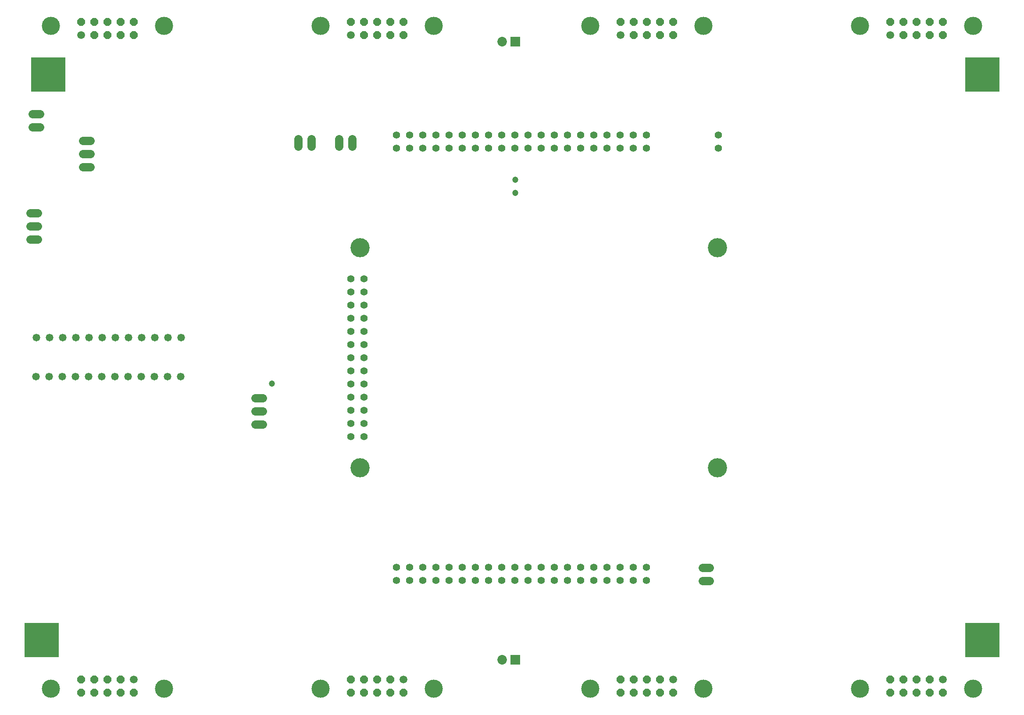
<source format=gts>
G75*
G70*
%OFA0B0*%
%FSLAX24Y24*%
%IPPOS*%
%LPD*%
%AMOC8*
5,1,8,0,0,1.08239X$1,22.5*
%
%ADD10C,0.0579*%
%ADD11C,0.0596*%
%ADD12OC8,0.0596*%
%ADD13C,0.1379*%
%ADD14C,0.0636*%
%ADD15C,0.0551*%
%ADD16C,0.1457*%
%ADD17R,0.0729X0.0729*%
%ADD18C,0.0729*%
%ADD19C,0.0472*%
%ADD20R,0.2619X0.2619*%
D10*
X002975Y030557D03*
X003975Y030557D03*
X004975Y030557D03*
X005975Y030557D03*
X006975Y030557D03*
X007975Y030557D03*
X008975Y030557D03*
X009975Y030557D03*
X010975Y030557D03*
X011975Y030557D03*
X012975Y030557D03*
X013975Y030557D03*
X013990Y033549D03*
X012990Y033549D03*
X011990Y033549D03*
X010990Y033549D03*
X009990Y033549D03*
X008990Y033549D03*
X007990Y033549D03*
X006990Y033549D03*
X005990Y033549D03*
X004990Y033549D03*
X003990Y033549D03*
X002990Y033549D03*
D11*
X006393Y056533D03*
X026900Y056533D03*
X047393Y056533D03*
X067893Y056533D03*
X071893Y007533D03*
X051393Y007533D03*
X030903Y007533D03*
X010393Y007533D03*
D12*
X010393Y006533D03*
X009393Y006533D03*
X009393Y007533D03*
X008393Y007533D03*
X008393Y006533D03*
X007393Y006533D03*
X007393Y007533D03*
X006393Y007533D03*
X006393Y006533D03*
X026903Y006533D03*
X026903Y007533D03*
X027903Y007533D03*
X028903Y007533D03*
X029903Y007533D03*
X029903Y006533D03*
X028903Y006533D03*
X027903Y006533D03*
X030903Y006533D03*
X047393Y006533D03*
X048393Y006533D03*
X048393Y007533D03*
X047393Y007533D03*
X049393Y007533D03*
X050393Y007533D03*
X050393Y006533D03*
X051393Y006533D03*
X049393Y006533D03*
X067893Y006533D03*
X068893Y006533D03*
X069893Y006533D03*
X070893Y006533D03*
X070893Y007533D03*
X069893Y007533D03*
X068893Y007533D03*
X067893Y007533D03*
X071893Y006533D03*
X071893Y056533D03*
X071893Y057533D03*
X070893Y057533D03*
X070893Y056533D03*
X069893Y056533D03*
X069893Y057533D03*
X068893Y057533D03*
X068893Y056533D03*
X067893Y057533D03*
X051393Y057533D03*
X051393Y056533D03*
X050393Y056533D03*
X050393Y057533D03*
X049393Y057533D03*
X049393Y056533D03*
X048393Y056533D03*
X048393Y057533D03*
X047393Y057533D03*
X030900Y057533D03*
X030900Y056533D03*
X029900Y056533D03*
X029900Y057533D03*
X028900Y057533D03*
X028900Y056533D03*
X027900Y056533D03*
X027900Y057533D03*
X026900Y057533D03*
X010393Y057533D03*
X010393Y056533D03*
X009393Y056533D03*
X009393Y057533D03*
X008393Y057533D03*
X008393Y056533D03*
X007393Y056533D03*
X007393Y057533D03*
X006393Y057533D03*
D13*
X004093Y006823D03*
X012693Y006823D03*
X024603Y006823D03*
X033203Y006823D03*
X045093Y006823D03*
X053693Y006823D03*
X065593Y006823D03*
X074193Y006823D03*
X074193Y057243D03*
X065593Y057243D03*
X053693Y057243D03*
X045093Y057243D03*
X033200Y057243D03*
X024600Y057243D03*
X012693Y057243D03*
X004093Y057243D03*
D14*
X003261Y050553D02*
X002704Y050553D01*
X002704Y049553D02*
X003261Y049553D01*
X006524Y048513D02*
X007081Y048513D01*
X007081Y047513D02*
X006524Y047513D01*
X006524Y046513D02*
X007081Y046513D01*
X003081Y043013D02*
X002524Y043013D01*
X002524Y042013D02*
X003081Y042013D01*
X003081Y041013D02*
X002524Y041013D01*
X019634Y028943D02*
X020191Y028943D01*
X020191Y027943D02*
X019634Y027943D01*
X019634Y026943D02*
X020191Y026943D01*
X022893Y048081D02*
X022893Y048638D01*
X023893Y048638D02*
X023893Y048081D01*
X025983Y048081D02*
X025983Y048638D01*
X026983Y048638D02*
X026983Y048081D01*
X053614Y016033D02*
X054171Y016033D01*
X054171Y015033D02*
X053614Y015033D01*
D15*
X049357Y015061D03*
X049357Y016061D03*
X048357Y016061D03*
X047357Y016061D03*
X046357Y016061D03*
X045357Y016061D03*
X044357Y016061D03*
X043357Y016061D03*
X042357Y016061D03*
X041357Y016061D03*
X040357Y016061D03*
X039357Y016061D03*
X038357Y016061D03*
X037357Y016061D03*
X036357Y016061D03*
X035357Y016061D03*
X034357Y016061D03*
X033357Y016061D03*
X032357Y016061D03*
X031357Y016061D03*
X030357Y016061D03*
X030357Y015061D03*
X031357Y015061D03*
X032357Y015061D03*
X033357Y015061D03*
X034357Y015061D03*
X035357Y015061D03*
X036357Y015061D03*
X037357Y015061D03*
X038357Y015061D03*
X039357Y015061D03*
X040357Y015061D03*
X041357Y015061D03*
X042357Y015061D03*
X043357Y015061D03*
X044357Y015061D03*
X045357Y015061D03*
X046357Y015061D03*
X047357Y015061D03*
X048357Y015061D03*
X027893Y025998D03*
X027893Y026998D03*
X027893Y027998D03*
X027893Y028998D03*
X027893Y029998D03*
X027893Y030998D03*
X027893Y031998D03*
X027893Y032998D03*
X027893Y033998D03*
X027893Y034998D03*
X027893Y035998D03*
X027893Y036998D03*
X027893Y037998D03*
X026893Y037998D03*
X026893Y036998D03*
X026893Y035998D03*
X026893Y034998D03*
X026893Y033998D03*
X026893Y032998D03*
X026893Y031998D03*
X026893Y030998D03*
X026893Y029998D03*
X026893Y028998D03*
X026893Y027998D03*
X026893Y026998D03*
X026893Y025998D03*
X030361Y047943D03*
X031361Y047943D03*
X032361Y047943D03*
X032361Y048943D03*
X031361Y048943D03*
X030361Y048943D03*
X033361Y048943D03*
X034361Y048943D03*
X035361Y048943D03*
X036361Y048943D03*
X037361Y048943D03*
X038361Y048943D03*
X039361Y048943D03*
X040361Y048943D03*
X041361Y048943D03*
X042361Y048943D03*
X043361Y048943D03*
X044361Y048943D03*
X045361Y048943D03*
X046361Y048943D03*
X047361Y048943D03*
X048361Y048943D03*
X049361Y048943D03*
X049361Y047943D03*
X048361Y047943D03*
X047361Y047943D03*
X046361Y047943D03*
X045361Y047943D03*
X044361Y047943D03*
X043361Y047943D03*
X042361Y047943D03*
X041361Y047943D03*
X040361Y047943D03*
X039361Y047943D03*
X038361Y047943D03*
X037361Y047943D03*
X036361Y047943D03*
X035361Y047943D03*
X034361Y047943D03*
X033361Y047943D03*
X054837Y047939D03*
X054837Y048939D03*
D16*
X054767Y040368D03*
X054767Y023636D03*
X027601Y023636D03*
X027601Y040368D03*
D17*
X039393Y056033D03*
X039393Y009033D03*
D18*
X038393Y009033D03*
X038393Y056033D03*
D19*
X039393Y045533D03*
X039393Y044533D03*
X020893Y030033D03*
D20*
X003393Y010533D03*
X003893Y053533D03*
X074893Y053533D03*
X074893Y010533D03*
M02*

</source>
